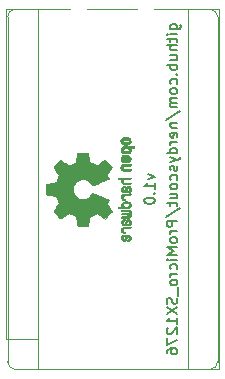
<source format=gbr>
%TF.GenerationSoftware,KiCad,Pcbnew,5.1.5-52549c5~84~ubuntu19.04.1*%
%TF.CreationDate,2020-02-22T14:04:14+00:00*%
%TF.ProjectId,ProMicro_SX1276,50726f4d-6963-4726-9f5f-535831323736,v1.0*%
%TF.SameCoordinates,Original*%
%TF.FileFunction,Legend,Bot*%
%TF.FilePolarity,Positive*%
%FSLAX45Y45*%
G04 Gerber Fmt 4.5, Leading zero omitted, Abs format (unit mm)*
G04 Created by KiCad (PCBNEW 5.1.5-52549c5~84~ubuntu19.04.1) date 2020-02-22 14:04:14*
%MOMM*%
%LPD*%
G04 APERTURE LIST*
%ADD10C,0.200000*%
%ADD11C,0.100000*%
%ADD12C,0.010000*%
%ADD13C,0.120000*%
%ADD14R,1.350000X4.200000*%
%ADD15O,1.600000X1.600000*%
%ADD16R,1.600000X1.600000*%
G04 APERTURE END LIST*
D10*
X20110214Y-10158429D02*
X20170214Y-10179857D01*
X20110214Y-10201286D01*
X20170214Y-10282714D02*
X20170214Y-10231286D01*
X20170214Y-10257000D02*
X20080214Y-10257000D01*
X20093071Y-10248429D01*
X20101643Y-10239857D01*
X20105929Y-10231286D01*
X20161643Y-10321286D02*
X20165929Y-10325571D01*
X20170214Y-10321286D01*
X20165929Y-10317000D01*
X20161643Y-10321286D01*
X20170214Y-10321286D01*
X20080214Y-10381286D02*
X20080214Y-10389857D01*
X20084500Y-10398429D01*
X20088786Y-10402714D01*
X20097357Y-10407000D01*
X20114500Y-10411286D01*
X20135929Y-10411286D01*
X20153071Y-10407000D01*
X20161643Y-10402714D01*
X20165929Y-10398429D01*
X20170214Y-10389857D01*
X20170214Y-10381286D01*
X20165929Y-10372714D01*
X20161643Y-10368429D01*
X20153071Y-10364143D01*
X20135929Y-10359857D01*
X20114500Y-10359857D01*
X20097357Y-10364143D01*
X20088786Y-10368429D01*
X20084500Y-10372714D01*
X20080214Y-10381286D01*
D11*
X18923000Y-8826500D02*
G75*
G02X18986500Y-8763000I63500J0D01*
G01*
X20637500Y-8763000D02*
G75*
G02X20701000Y-8826500I0J-63500D01*
G01*
X18986500Y-8763000D02*
X20637500Y-8763000D01*
X20701000Y-11747500D02*
G75*
G02X20637500Y-11811000I-63500J0D01*
G01*
X18986500Y-11811000D02*
G75*
G02X18923000Y-11747500I0J63500D01*
G01*
D10*
X20300714Y-8932714D02*
X20373571Y-8932714D01*
X20382143Y-8928429D01*
X20386429Y-8924143D01*
X20390714Y-8915571D01*
X20390714Y-8902714D01*
X20386429Y-8894143D01*
X20356429Y-8932714D02*
X20360714Y-8924143D01*
X20360714Y-8907000D01*
X20356429Y-8898429D01*
X20352143Y-8894143D01*
X20343571Y-8889857D01*
X20317857Y-8889857D01*
X20309286Y-8894143D01*
X20305000Y-8898429D01*
X20300714Y-8907000D01*
X20300714Y-8924143D01*
X20305000Y-8932714D01*
X20360714Y-8975571D02*
X20300714Y-8975571D01*
X20270714Y-8975571D02*
X20275000Y-8971286D01*
X20279286Y-8975571D01*
X20275000Y-8979857D01*
X20270714Y-8975571D01*
X20279286Y-8975571D01*
X20300714Y-9005571D02*
X20300714Y-9039857D01*
X20270714Y-9018429D02*
X20347857Y-9018429D01*
X20356429Y-9022714D01*
X20360714Y-9031286D01*
X20360714Y-9039857D01*
X20360714Y-9069857D02*
X20270714Y-9069857D01*
X20360714Y-9108429D02*
X20313571Y-9108429D01*
X20305000Y-9104143D01*
X20300714Y-9095571D01*
X20300714Y-9082714D01*
X20305000Y-9074143D01*
X20309286Y-9069857D01*
X20300714Y-9189857D02*
X20360714Y-9189857D01*
X20300714Y-9151286D02*
X20347857Y-9151286D01*
X20356429Y-9155571D01*
X20360714Y-9164143D01*
X20360714Y-9177000D01*
X20356429Y-9185571D01*
X20352143Y-9189857D01*
X20360714Y-9232714D02*
X20270714Y-9232714D01*
X20305000Y-9232714D02*
X20300714Y-9241286D01*
X20300714Y-9258429D01*
X20305000Y-9267000D01*
X20309286Y-9271286D01*
X20317857Y-9275571D01*
X20343571Y-9275571D01*
X20352143Y-9271286D01*
X20356429Y-9267000D01*
X20360714Y-9258429D01*
X20360714Y-9241286D01*
X20356429Y-9232714D01*
X20352143Y-9314143D02*
X20356429Y-9318429D01*
X20360714Y-9314143D01*
X20356429Y-9309857D01*
X20352143Y-9314143D01*
X20360714Y-9314143D01*
X20356429Y-9395571D02*
X20360714Y-9387000D01*
X20360714Y-9369857D01*
X20356429Y-9361286D01*
X20352143Y-9357000D01*
X20343571Y-9352714D01*
X20317857Y-9352714D01*
X20309286Y-9357000D01*
X20305000Y-9361286D01*
X20300714Y-9369857D01*
X20300714Y-9387000D01*
X20305000Y-9395571D01*
X20360714Y-9447000D02*
X20356429Y-9438429D01*
X20352143Y-9434143D01*
X20343571Y-9429857D01*
X20317857Y-9429857D01*
X20309286Y-9434143D01*
X20305000Y-9438429D01*
X20300714Y-9447000D01*
X20300714Y-9459857D01*
X20305000Y-9468429D01*
X20309286Y-9472714D01*
X20317857Y-9477000D01*
X20343571Y-9477000D01*
X20352143Y-9472714D01*
X20356429Y-9468429D01*
X20360714Y-9459857D01*
X20360714Y-9447000D01*
X20360714Y-9515571D02*
X20300714Y-9515571D01*
X20309286Y-9515571D02*
X20305000Y-9519857D01*
X20300714Y-9528429D01*
X20300714Y-9541286D01*
X20305000Y-9549857D01*
X20313571Y-9554143D01*
X20360714Y-9554143D01*
X20313571Y-9554143D02*
X20305000Y-9558429D01*
X20300714Y-9567000D01*
X20300714Y-9579857D01*
X20305000Y-9588429D01*
X20313571Y-9592714D01*
X20360714Y-9592714D01*
X20266429Y-9699857D02*
X20382143Y-9622714D01*
X20300714Y-9729857D02*
X20360714Y-9729857D01*
X20309286Y-9729857D02*
X20305000Y-9734143D01*
X20300714Y-9742714D01*
X20300714Y-9755571D01*
X20305000Y-9764143D01*
X20313571Y-9768429D01*
X20360714Y-9768429D01*
X20356429Y-9845571D02*
X20360714Y-9837000D01*
X20360714Y-9819857D01*
X20356429Y-9811286D01*
X20347857Y-9807000D01*
X20313571Y-9807000D01*
X20305000Y-9811286D01*
X20300714Y-9819857D01*
X20300714Y-9837000D01*
X20305000Y-9845571D01*
X20313571Y-9849857D01*
X20322143Y-9849857D01*
X20330714Y-9807000D01*
X20360714Y-9888429D02*
X20300714Y-9888429D01*
X20317857Y-9888429D02*
X20309286Y-9892714D01*
X20305000Y-9897000D01*
X20300714Y-9905571D01*
X20300714Y-9914143D01*
X20360714Y-9982714D02*
X20270714Y-9982714D01*
X20356429Y-9982714D02*
X20360714Y-9974143D01*
X20360714Y-9957000D01*
X20356429Y-9948429D01*
X20352143Y-9944143D01*
X20343571Y-9939857D01*
X20317857Y-9939857D01*
X20309286Y-9944143D01*
X20305000Y-9948429D01*
X20300714Y-9957000D01*
X20300714Y-9974143D01*
X20305000Y-9982714D01*
X20300714Y-10017000D02*
X20360714Y-10038429D01*
X20300714Y-10059857D02*
X20360714Y-10038429D01*
X20382143Y-10029857D01*
X20386429Y-10025571D01*
X20390714Y-10017000D01*
X20356429Y-10089857D02*
X20360714Y-10098429D01*
X20360714Y-10115571D01*
X20356429Y-10124143D01*
X20347857Y-10128429D01*
X20343571Y-10128429D01*
X20335000Y-10124143D01*
X20330714Y-10115571D01*
X20330714Y-10102714D01*
X20326429Y-10094143D01*
X20317857Y-10089857D01*
X20313571Y-10089857D01*
X20305000Y-10094143D01*
X20300714Y-10102714D01*
X20300714Y-10115571D01*
X20305000Y-10124143D01*
X20356429Y-10205571D02*
X20360714Y-10197000D01*
X20360714Y-10179857D01*
X20356429Y-10171286D01*
X20352143Y-10167000D01*
X20343571Y-10162714D01*
X20317857Y-10162714D01*
X20309286Y-10167000D01*
X20305000Y-10171286D01*
X20300714Y-10179857D01*
X20300714Y-10197000D01*
X20305000Y-10205571D01*
X20360714Y-10257000D02*
X20356429Y-10248429D01*
X20352143Y-10244143D01*
X20343571Y-10239857D01*
X20317857Y-10239857D01*
X20309286Y-10244143D01*
X20305000Y-10248429D01*
X20300714Y-10257000D01*
X20300714Y-10269857D01*
X20305000Y-10278429D01*
X20309286Y-10282714D01*
X20317857Y-10287000D01*
X20343571Y-10287000D01*
X20352143Y-10282714D01*
X20356429Y-10278429D01*
X20360714Y-10269857D01*
X20360714Y-10257000D01*
X20300714Y-10364143D02*
X20360714Y-10364143D01*
X20300714Y-10325571D02*
X20347857Y-10325571D01*
X20356429Y-10329857D01*
X20360714Y-10338429D01*
X20360714Y-10351286D01*
X20356429Y-10359857D01*
X20352143Y-10364143D01*
X20300714Y-10394143D02*
X20300714Y-10428429D01*
X20270714Y-10407000D02*
X20347857Y-10407000D01*
X20356429Y-10411286D01*
X20360714Y-10419857D01*
X20360714Y-10428429D01*
X20266429Y-10522714D02*
X20382143Y-10445571D01*
X20360714Y-10552714D02*
X20270714Y-10552714D01*
X20270714Y-10587000D01*
X20275000Y-10595571D01*
X20279286Y-10599857D01*
X20287857Y-10604143D01*
X20300714Y-10604143D01*
X20309286Y-10599857D01*
X20313571Y-10595571D01*
X20317857Y-10587000D01*
X20317857Y-10552714D01*
X20360714Y-10642714D02*
X20300714Y-10642714D01*
X20317857Y-10642714D02*
X20309286Y-10647000D01*
X20305000Y-10651286D01*
X20300714Y-10659857D01*
X20300714Y-10668429D01*
X20360714Y-10711286D02*
X20356429Y-10702714D01*
X20352143Y-10698429D01*
X20343571Y-10694143D01*
X20317857Y-10694143D01*
X20309286Y-10698429D01*
X20305000Y-10702714D01*
X20300714Y-10711286D01*
X20300714Y-10724143D01*
X20305000Y-10732714D01*
X20309286Y-10737000D01*
X20317857Y-10741286D01*
X20343571Y-10741286D01*
X20352143Y-10737000D01*
X20356429Y-10732714D01*
X20360714Y-10724143D01*
X20360714Y-10711286D01*
X20360714Y-10779857D02*
X20270714Y-10779857D01*
X20335000Y-10809857D01*
X20270714Y-10839857D01*
X20360714Y-10839857D01*
X20360714Y-10882714D02*
X20300714Y-10882714D01*
X20270714Y-10882714D02*
X20275000Y-10878429D01*
X20279286Y-10882714D01*
X20275000Y-10887000D01*
X20270714Y-10882714D01*
X20279286Y-10882714D01*
X20356429Y-10964143D02*
X20360714Y-10955571D01*
X20360714Y-10938429D01*
X20356429Y-10929857D01*
X20352143Y-10925571D01*
X20343571Y-10921286D01*
X20317857Y-10921286D01*
X20309286Y-10925571D01*
X20305000Y-10929857D01*
X20300714Y-10938429D01*
X20300714Y-10955571D01*
X20305000Y-10964143D01*
X20360714Y-11002714D02*
X20300714Y-11002714D01*
X20317857Y-11002714D02*
X20309286Y-11007000D01*
X20305000Y-11011286D01*
X20300714Y-11019857D01*
X20300714Y-11028429D01*
X20360714Y-11071286D02*
X20356429Y-11062714D01*
X20352143Y-11058429D01*
X20343571Y-11054143D01*
X20317857Y-11054143D01*
X20309286Y-11058429D01*
X20305000Y-11062714D01*
X20300714Y-11071286D01*
X20300714Y-11084143D01*
X20305000Y-11092714D01*
X20309286Y-11097000D01*
X20317857Y-11101286D01*
X20343571Y-11101286D01*
X20352143Y-11097000D01*
X20356429Y-11092714D01*
X20360714Y-11084143D01*
X20360714Y-11071286D01*
X20369286Y-11118429D02*
X20369286Y-11187000D01*
X20356429Y-11204143D02*
X20360714Y-11217000D01*
X20360714Y-11238428D01*
X20356429Y-11247000D01*
X20352143Y-11251286D01*
X20343571Y-11255571D01*
X20335000Y-11255571D01*
X20326429Y-11251286D01*
X20322143Y-11247000D01*
X20317857Y-11238428D01*
X20313571Y-11221286D01*
X20309286Y-11212714D01*
X20305000Y-11208428D01*
X20296429Y-11204143D01*
X20287857Y-11204143D01*
X20279286Y-11208428D01*
X20275000Y-11212714D01*
X20270714Y-11221286D01*
X20270714Y-11242714D01*
X20275000Y-11255571D01*
X20270714Y-11285571D02*
X20360714Y-11345571D01*
X20270714Y-11345571D02*
X20360714Y-11285571D01*
X20360714Y-11427000D02*
X20360714Y-11375571D01*
X20360714Y-11401286D02*
X20270714Y-11401286D01*
X20283571Y-11392714D01*
X20292143Y-11384143D01*
X20296429Y-11375571D01*
X20279286Y-11461286D02*
X20275000Y-11465571D01*
X20270714Y-11474143D01*
X20270714Y-11495571D01*
X20275000Y-11504143D01*
X20279286Y-11508428D01*
X20287857Y-11512714D01*
X20296429Y-11512714D01*
X20309286Y-11508428D01*
X20360714Y-11457000D01*
X20360714Y-11512714D01*
X20270714Y-11542714D02*
X20270714Y-11602714D01*
X20360714Y-11564143D01*
X20270714Y-11675571D02*
X20270714Y-11658428D01*
X20275000Y-11649857D01*
X20279286Y-11645571D01*
X20292143Y-11637000D01*
X20309286Y-11632714D01*
X20343571Y-11632714D01*
X20352143Y-11637000D01*
X20356429Y-11641286D01*
X20360714Y-11649857D01*
X20360714Y-11667000D01*
X20356429Y-11675571D01*
X20352143Y-11679857D01*
X20343571Y-11684143D01*
X20322143Y-11684143D01*
X20313571Y-11679857D01*
X20309286Y-11675571D01*
X20305000Y-11667000D01*
X20305000Y-11649857D01*
X20309286Y-11641286D01*
X20313571Y-11637000D01*
X20322143Y-11632714D01*
D11*
X18923000Y-11747500D02*
X18923000Y-8826500D01*
X20637500Y-11811000D02*
X18986500Y-11811000D01*
X20701000Y-8826500D02*
X20701000Y-11747500D01*
D12*
G36*
X19879951Y-9963889D02*
G01*
X19883673Y-9971354D01*
X19890526Y-9977943D01*
X19893065Y-9979758D01*
X19896387Y-9981735D01*
X19899995Y-9983017D01*
X19904810Y-9983751D01*
X19911754Y-9984081D01*
X19920921Y-9984154D01*
X19933483Y-9983826D01*
X19942915Y-9982688D01*
X19949952Y-9980504D01*
X19955329Y-9977042D01*
X19959779Y-9972067D01*
X19960042Y-9971701D01*
X19962738Y-9966799D01*
X19964071Y-9960895D01*
X19964400Y-9953386D01*
X19964400Y-9941180D01*
X19976250Y-9941174D01*
X19982849Y-9941061D01*
X19986720Y-9940369D01*
X19989042Y-9938560D01*
X19990993Y-9935096D01*
X19991392Y-9934265D01*
X19993260Y-9930372D01*
X19994440Y-9927358D01*
X19994542Y-9925117D01*
X19993176Y-9923543D01*
X19989952Y-9922530D01*
X19984480Y-9921972D01*
X19976371Y-9921764D01*
X19965234Y-9921798D01*
X19950680Y-9921970D01*
X19946327Y-9922024D01*
X19931321Y-9922217D01*
X19921504Y-9922390D01*
X19921504Y-9941169D01*
X19929836Y-9941275D01*
X19935288Y-9941744D01*
X19938884Y-9942805D01*
X19941648Y-9944687D01*
X19942997Y-9945965D01*
X19946942Y-9951189D01*
X19947263Y-9955814D01*
X19944005Y-9960587D01*
X19943885Y-9960708D01*
X19941367Y-9962649D01*
X19937945Y-9963831D01*
X19932675Y-9964427D01*
X19924613Y-9964612D01*
X19922827Y-9964615D01*
X19911718Y-9964167D01*
X19904016Y-9962707D01*
X19899315Y-9960065D01*
X19897205Y-9956068D01*
X19896992Y-9953758D01*
X19897990Y-9948276D01*
X19901275Y-9944516D01*
X19907286Y-9942252D01*
X19916460Y-9941261D01*
X19921504Y-9941169D01*
X19921504Y-9922390D01*
X19919706Y-9922422D01*
X19910968Y-9922687D01*
X19904591Y-9923061D01*
X19900058Y-9923591D01*
X19896856Y-9924326D01*
X19894467Y-9925314D01*
X19892376Y-9926605D01*
X19891590Y-9927158D01*
X19884160Y-9934497D01*
X19879947Y-9943776D01*
X19878772Y-9954510D01*
X19879951Y-9963889D01*
G37*
X19879951Y-9963889D02*
X19883673Y-9971354D01*
X19890526Y-9977943D01*
X19893065Y-9979758D01*
X19896387Y-9981735D01*
X19899995Y-9983017D01*
X19904810Y-9983751D01*
X19911754Y-9984081D01*
X19920921Y-9984154D01*
X19933483Y-9983826D01*
X19942915Y-9982688D01*
X19949952Y-9980504D01*
X19955329Y-9977042D01*
X19959779Y-9972067D01*
X19960042Y-9971701D01*
X19962738Y-9966799D01*
X19964071Y-9960895D01*
X19964400Y-9953386D01*
X19964400Y-9941180D01*
X19976250Y-9941174D01*
X19982849Y-9941061D01*
X19986720Y-9940369D01*
X19989042Y-9938560D01*
X19990993Y-9935096D01*
X19991392Y-9934265D01*
X19993260Y-9930372D01*
X19994440Y-9927358D01*
X19994542Y-9925117D01*
X19993176Y-9923543D01*
X19989952Y-9922530D01*
X19984480Y-9921972D01*
X19976371Y-9921764D01*
X19965234Y-9921798D01*
X19950680Y-9921970D01*
X19946327Y-9922024D01*
X19931321Y-9922217D01*
X19921504Y-9922390D01*
X19921504Y-9941169D01*
X19929836Y-9941275D01*
X19935288Y-9941744D01*
X19938884Y-9942805D01*
X19941648Y-9944687D01*
X19942997Y-9945965D01*
X19946942Y-9951189D01*
X19947263Y-9955814D01*
X19944005Y-9960587D01*
X19943885Y-9960708D01*
X19941367Y-9962649D01*
X19937945Y-9963831D01*
X19932675Y-9964427D01*
X19924613Y-9964612D01*
X19922827Y-9964615D01*
X19911718Y-9964167D01*
X19904016Y-9962707D01*
X19899315Y-9960065D01*
X19897205Y-9956068D01*
X19896992Y-9953758D01*
X19897990Y-9948276D01*
X19901275Y-9944516D01*
X19907286Y-9942252D01*
X19916460Y-9941261D01*
X19921504Y-9941169D01*
X19921504Y-9922390D01*
X19919706Y-9922422D01*
X19910968Y-9922687D01*
X19904591Y-9923061D01*
X19900058Y-9923591D01*
X19896856Y-9924326D01*
X19894467Y-9925314D01*
X19892376Y-9926605D01*
X19891590Y-9927158D01*
X19884160Y-9934497D01*
X19879947Y-9943776D01*
X19878772Y-9954510D01*
X19879951Y-9963889D01*
G36*
X19881009Y-10114166D02*
G01*
X19884636Y-10120437D01*
X19888236Y-10124796D01*
X19892008Y-10127985D01*
X19896620Y-10130181D01*
X19902742Y-10131565D01*
X19911043Y-10132315D01*
X19922192Y-10132612D01*
X19930206Y-10132646D01*
X19959707Y-10132646D01*
X19967152Y-10116039D01*
X19934840Y-10115062D01*
X19922773Y-10114658D01*
X19914014Y-10114234D01*
X19907965Y-10113710D01*
X19904027Y-10113003D01*
X19901601Y-10112031D01*
X19900088Y-10110714D01*
X19899761Y-10110292D01*
X19897203Y-10103891D01*
X19898215Y-10097421D01*
X19900900Y-10093569D01*
X19902802Y-10092003D01*
X19905299Y-10090918D01*
X19909083Y-10090229D01*
X19914850Y-10089848D01*
X19923294Y-10089688D01*
X19932093Y-10089662D01*
X19943132Y-10089656D01*
X19950946Y-10089467D01*
X19956217Y-10088835D01*
X19959624Y-10087498D01*
X19961851Y-10085199D01*
X19963579Y-10081675D01*
X19965374Y-10076970D01*
X19967328Y-10071830D01*
X19932649Y-10072442D01*
X19920147Y-10072688D01*
X19910908Y-10072977D01*
X19904288Y-10073390D01*
X19899642Y-10074011D01*
X19896326Y-10074923D01*
X19893694Y-10076208D01*
X19891373Y-10077758D01*
X19883957Y-10085237D01*
X19879668Y-10094363D01*
X19878641Y-10104288D01*
X19881009Y-10114166D01*
G37*
X19881009Y-10114166D02*
X19884636Y-10120437D01*
X19888236Y-10124796D01*
X19892008Y-10127985D01*
X19896620Y-10130181D01*
X19902742Y-10131565D01*
X19911043Y-10132315D01*
X19922192Y-10132612D01*
X19930206Y-10132646D01*
X19959707Y-10132646D01*
X19967152Y-10116039D01*
X19934840Y-10115062D01*
X19922773Y-10114658D01*
X19914014Y-10114234D01*
X19907965Y-10113710D01*
X19904027Y-10113003D01*
X19901601Y-10112031D01*
X19900088Y-10110714D01*
X19899761Y-10110292D01*
X19897203Y-10103891D01*
X19898215Y-10097421D01*
X19900900Y-10093569D01*
X19902802Y-10092003D01*
X19905299Y-10090918D01*
X19909083Y-10090229D01*
X19914850Y-10089848D01*
X19923294Y-10089688D01*
X19932093Y-10089662D01*
X19943132Y-10089656D01*
X19950946Y-10089467D01*
X19956217Y-10088835D01*
X19959624Y-10087498D01*
X19961851Y-10085199D01*
X19963579Y-10081675D01*
X19965374Y-10076970D01*
X19967328Y-10071830D01*
X19932649Y-10072442D01*
X19920147Y-10072688D01*
X19910908Y-10072977D01*
X19904288Y-10073390D01*
X19899642Y-10074011D01*
X19896326Y-10074923D01*
X19893694Y-10076208D01*
X19891373Y-10077758D01*
X19883957Y-10085237D01*
X19879668Y-10094363D01*
X19878641Y-10104288D01*
X19881009Y-10114166D01*
G36*
X19880226Y-9888689D02*
G01*
X19885041Y-9897846D01*
X19892791Y-9904605D01*
X19897773Y-9907006D01*
X19905253Y-9908874D01*
X19914705Y-9909830D01*
X19925021Y-9909921D01*
X19935094Y-9909192D01*
X19943815Y-9907690D01*
X19950079Y-9905462D01*
X19951158Y-9904777D01*
X19959211Y-9896663D01*
X19964034Y-9887027D01*
X19965445Y-9876570D01*
X19963263Y-9865997D01*
X19961955Y-9863054D01*
X19957923Y-9857324D01*
X19952578Y-9852295D01*
X19951900Y-9851820D01*
X19948632Y-9849888D01*
X19945139Y-9848611D01*
X19940541Y-9847856D01*
X19933958Y-9847492D01*
X19924511Y-9847387D01*
X19922392Y-9847385D01*
X19921718Y-9847389D01*
X19921718Y-9866923D01*
X19930635Y-9867037D01*
X19936552Y-9867484D01*
X19940374Y-9868425D01*
X19943005Y-9870018D01*
X19943885Y-9870831D01*
X19947226Y-9875506D01*
X19947074Y-9880045D01*
X19944175Y-9884634D01*
X19941081Y-9887371D01*
X19936564Y-9888992D01*
X19929442Y-9889903D01*
X19928611Y-9889965D01*
X19915704Y-9890120D01*
X19906117Y-9888497D01*
X19899911Y-9885115D01*
X19897143Y-9879998D01*
X19896992Y-9878172D01*
X19897751Y-9873376D01*
X19900381Y-9870095D01*
X19905410Y-9868090D01*
X19913366Y-9867118D01*
X19921718Y-9866923D01*
X19921718Y-9847389D01*
X19912325Y-9847457D01*
X19905291Y-9847763D01*
X19900416Y-9848432D01*
X19896829Y-9849596D01*
X19893655Y-9851385D01*
X19893065Y-9851781D01*
X19885110Y-9858427D01*
X19880493Y-9865669D01*
X19878660Y-9874485D01*
X19878570Y-9877479D01*
X19880226Y-9888689D01*
G37*
X19880226Y-9888689D02*
X19885041Y-9897846D01*
X19892791Y-9904605D01*
X19897773Y-9907006D01*
X19905253Y-9908874D01*
X19914705Y-9909830D01*
X19925021Y-9909921D01*
X19935094Y-9909192D01*
X19943815Y-9907690D01*
X19950079Y-9905462D01*
X19951158Y-9904777D01*
X19959211Y-9896663D01*
X19964034Y-9887027D01*
X19965445Y-9876570D01*
X19963263Y-9865997D01*
X19961955Y-9863054D01*
X19957923Y-9857324D01*
X19952578Y-9852295D01*
X19951900Y-9851820D01*
X19948632Y-9849888D01*
X19945139Y-9848611D01*
X19940541Y-9847856D01*
X19933958Y-9847492D01*
X19924511Y-9847387D01*
X19922392Y-9847385D01*
X19921718Y-9847389D01*
X19921718Y-9866923D01*
X19930635Y-9867037D01*
X19936552Y-9867484D01*
X19940374Y-9868425D01*
X19943005Y-9870018D01*
X19943885Y-9870831D01*
X19947226Y-9875506D01*
X19947074Y-9880045D01*
X19944175Y-9884634D01*
X19941081Y-9887371D01*
X19936564Y-9888992D01*
X19929442Y-9889903D01*
X19928611Y-9889965D01*
X19915704Y-9890120D01*
X19906117Y-9888497D01*
X19899911Y-9885115D01*
X19897143Y-9879998D01*
X19896992Y-9878172D01*
X19897751Y-9873376D01*
X19900381Y-9870095D01*
X19905410Y-9868090D01*
X19913366Y-9867118D01*
X19921718Y-9866923D01*
X19921718Y-9847389D01*
X19912325Y-9847457D01*
X19905291Y-9847763D01*
X19900416Y-9848432D01*
X19896829Y-9849596D01*
X19893655Y-9851385D01*
X19893065Y-9851781D01*
X19885110Y-9858427D01*
X19880493Y-9865669D01*
X19878660Y-9874485D01*
X19878570Y-9877479D01*
X19880226Y-9888689D01*
G36*
X19881475Y-10040425D02*
G01*
X19886657Y-10048129D01*
X19894141Y-10054082D01*
X19903665Y-10057638D01*
X19910676Y-10058357D01*
X19913601Y-10058275D01*
X19915841Y-10057591D01*
X19917847Y-10055711D01*
X19920073Y-10052041D01*
X19922971Y-10045986D01*
X19926993Y-10036953D01*
X19927013Y-10036908D01*
X19930821Y-10028593D01*
X19934203Y-10021775D01*
X19936793Y-10017151D01*
X19938230Y-10015416D01*
X19938241Y-10015415D01*
X19941369Y-10016944D01*
X19944816Y-10020520D01*
X19947299Y-10024624D01*
X19947792Y-10026704D01*
X19946086Y-10032377D01*
X19941813Y-10037263D01*
X19937116Y-10039647D01*
X19933652Y-10041940D01*
X19929708Y-10046432D01*
X19926301Y-10051712D01*
X19924448Y-10056371D01*
X19924346Y-10057345D01*
X19926022Y-10058442D01*
X19930304Y-10058508D01*
X19936078Y-10057702D01*
X19942229Y-10056183D01*
X19947641Y-10054109D01*
X19947851Y-10054004D01*
X19956566Y-10047762D01*
X19962494Y-10039673D01*
X19965403Y-10030486D01*
X19965063Y-10020951D01*
X19961243Y-10011820D01*
X19960974Y-10011414D01*
X19954464Y-10004231D01*
X19945971Y-9999507D01*
X19934802Y-9996893D01*
X19931664Y-9996543D01*
X19916854Y-9995921D01*
X19909947Y-9996666D01*
X19909947Y-10015415D01*
X19914255Y-10015659D01*
X19915513Y-10016991D01*
X19914572Y-10020313D01*
X19912348Y-10025549D01*
X19909561Y-10031402D01*
X19909487Y-10031548D01*
X19906878Y-10036509D01*
X19905136Y-10038500D01*
X19903311Y-10038009D01*
X19900912Y-10035942D01*
X19897441Y-10030682D01*
X19897186Y-10025018D01*
X19899712Y-10019937D01*
X19904585Y-10016428D01*
X19909947Y-10015415D01*
X19909947Y-9996666D01*
X19905004Y-9997199D01*
X19895606Y-10000478D01*
X19889022Y-10005042D01*
X19882368Y-10013280D01*
X19879068Y-10022355D01*
X19878857Y-10031619D01*
X19881475Y-10040425D01*
G37*
X19881475Y-10040425D02*
X19886657Y-10048129D01*
X19894141Y-10054082D01*
X19903665Y-10057638D01*
X19910676Y-10058357D01*
X19913601Y-10058275D01*
X19915841Y-10057591D01*
X19917847Y-10055711D01*
X19920073Y-10052041D01*
X19922971Y-10045986D01*
X19926993Y-10036953D01*
X19927013Y-10036908D01*
X19930821Y-10028593D01*
X19934203Y-10021775D01*
X19936793Y-10017151D01*
X19938230Y-10015416D01*
X19938241Y-10015415D01*
X19941369Y-10016944D01*
X19944816Y-10020520D01*
X19947299Y-10024624D01*
X19947792Y-10026704D01*
X19946086Y-10032377D01*
X19941813Y-10037263D01*
X19937116Y-10039647D01*
X19933652Y-10041940D01*
X19929708Y-10046432D01*
X19926301Y-10051712D01*
X19924448Y-10056371D01*
X19924346Y-10057345D01*
X19926022Y-10058442D01*
X19930304Y-10058508D01*
X19936078Y-10057702D01*
X19942229Y-10056183D01*
X19947641Y-10054109D01*
X19947851Y-10054004D01*
X19956566Y-10047762D01*
X19962494Y-10039673D01*
X19965403Y-10030486D01*
X19965063Y-10020951D01*
X19961243Y-10011820D01*
X19960974Y-10011414D01*
X19954464Y-10004231D01*
X19945971Y-9999507D01*
X19934802Y-9996893D01*
X19931664Y-9996543D01*
X19916854Y-9995921D01*
X19909947Y-9996666D01*
X19909947Y-10015415D01*
X19914255Y-10015659D01*
X19915513Y-10016991D01*
X19914572Y-10020313D01*
X19912348Y-10025549D01*
X19909561Y-10031402D01*
X19909487Y-10031548D01*
X19906878Y-10036509D01*
X19905136Y-10038500D01*
X19903311Y-10038009D01*
X19900912Y-10035942D01*
X19897441Y-10030682D01*
X19897186Y-10025018D01*
X19899712Y-10019937D01*
X19904585Y-10016428D01*
X19909947Y-10015415D01*
X19909947Y-9996666D01*
X19905004Y-9997199D01*
X19895606Y-10000478D01*
X19889022Y-10005042D01*
X19882368Y-10013280D01*
X19879068Y-10022355D01*
X19878857Y-10031619D01*
X19881475Y-10040425D01*
G36*
X19870712Y-10202985D02*
G01*
X19878698Y-10203557D01*
X19883404Y-10204215D01*
X19885457Y-10205126D01*
X19885483Y-10206460D01*
X19885238Y-10206892D01*
X19883464Y-10212644D01*
X19883567Y-10220127D01*
X19885391Y-10227734D01*
X19887751Y-10232492D01*
X19891520Y-10237370D01*
X19895786Y-10240936D01*
X19901206Y-10243385D01*
X19908438Y-10244909D01*
X19918142Y-10245703D01*
X19930974Y-10245962D01*
X19933436Y-10245966D01*
X19961087Y-10245969D01*
X19963232Y-10239816D01*
X19964691Y-10235446D01*
X19965371Y-10233048D01*
X19965377Y-10232978D01*
X19963535Y-10232742D01*
X19958453Y-10232541D01*
X19950799Y-10232390D01*
X19941243Y-10232305D01*
X19935433Y-10232292D01*
X19923977Y-10232265D01*
X19915767Y-10232125D01*
X19910139Y-10231785D01*
X19906433Y-10231157D01*
X19903984Y-10230153D01*
X19902133Y-10228686D01*
X19901241Y-10227770D01*
X19897647Y-10221479D01*
X19897378Y-10214614D01*
X19900417Y-10208385D01*
X19901514Y-10207233D01*
X19903578Y-10205543D01*
X19906026Y-10204371D01*
X19909565Y-10203623D01*
X19914903Y-10203205D01*
X19922747Y-10203024D01*
X19933562Y-10202985D01*
X19961087Y-10202985D01*
X19963232Y-10196832D01*
X19964691Y-10192461D01*
X19965371Y-10190064D01*
X19965377Y-10189993D01*
X19963507Y-10189813D01*
X19958232Y-10189650D01*
X19950056Y-10189512D01*
X19939481Y-10189404D01*
X19927009Y-10189334D01*
X19913146Y-10189308D01*
X19859681Y-10189308D01*
X19854324Y-10202008D01*
X19870712Y-10202985D01*
G37*
X19870712Y-10202985D02*
X19878698Y-10203557D01*
X19883404Y-10204215D01*
X19885457Y-10205126D01*
X19885483Y-10206460D01*
X19885238Y-10206892D01*
X19883464Y-10212644D01*
X19883567Y-10220127D01*
X19885391Y-10227734D01*
X19887751Y-10232492D01*
X19891520Y-10237370D01*
X19895786Y-10240936D01*
X19901206Y-10243385D01*
X19908438Y-10244909D01*
X19918142Y-10245703D01*
X19930974Y-10245962D01*
X19933436Y-10245966D01*
X19961087Y-10245969D01*
X19963232Y-10239816D01*
X19964691Y-10235446D01*
X19965371Y-10233048D01*
X19965377Y-10232978D01*
X19963535Y-10232742D01*
X19958453Y-10232541D01*
X19950799Y-10232390D01*
X19941243Y-10232305D01*
X19935433Y-10232292D01*
X19923977Y-10232265D01*
X19915767Y-10232125D01*
X19910139Y-10231785D01*
X19906433Y-10231157D01*
X19903984Y-10230153D01*
X19902133Y-10228686D01*
X19901241Y-10227770D01*
X19897647Y-10221479D01*
X19897378Y-10214614D01*
X19900417Y-10208385D01*
X19901514Y-10207233D01*
X19903578Y-10205543D01*
X19906026Y-10204371D01*
X19909565Y-10203623D01*
X19914903Y-10203205D01*
X19922747Y-10203024D01*
X19933562Y-10202985D01*
X19961087Y-10202985D01*
X19963232Y-10196832D01*
X19964691Y-10192461D01*
X19965371Y-10190064D01*
X19965377Y-10189993D01*
X19963507Y-10189813D01*
X19958232Y-10189650D01*
X19950056Y-10189512D01*
X19939481Y-10189404D01*
X19927009Y-10189334D01*
X19913146Y-10189308D01*
X19859681Y-10189308D01*
X19854324Y-10202008D01*
X19870712Y-10202985D01*
G36*
X19884130Y-10292350D02*
G01*
X19886973Y-10300006D01*
X19887028Y-10300094D01*
X19890513Y-10304829D01*
X19894585Y-10308324D01*
X19899893Y-10310783D01*
X19907081Y-10312406D01*
X19916799Y-10313398D01*
X19929693Y-10313959D01*
X19931530Y-10314008D01*
X19959229Y-10314714D01*
X19962303Y-10308770D01*
X19964380Y-10304468D01*
X19965365Y-10301871D01*
X19965377Y-10301751D01*
X19963561Y-10301301D01*
X19958661Y-10300944D01*
X19951503Y-10300725D01*
X19945707Y-10300677D01*
X19936317Y-10300676D01*
X19930420Y-10300247D01*
X19927608Y-10298750D01*
X19927471Y-10295548D01*
X19929600Y-10290001D01*
X19933514Y-10281627D01*
X19936764Y-10275469D01*
X19939585Y-10272302D01*
X19942658Y-10271371D01*
X19942810Y-10271369D01*
X19948105Y-10272906D01*
X19950966Y-10277455D01*
X19951380Y-10284417D01*
X19951308Y-10289431D01*
X19952753Y-10292075D01*
X19956222Y-10293724D01*
X19960642Y-10294673D01*
X19963149Y-10293306D01*
X19963508Y-10292791D01*
X19964950Y-10287943D01*
X19965154Y-10281153D01*
X19964198Y-10274161D01*
X19962452Y-10269207D01*
X19956636Y-10262357D01*
X19948541Y-10258463D01*
X19942216Y-10257692D01*
X19936511Y-10258281D01*
X19931854Y-10260410D01*
X19927718Y-10264627D01*
X19923576Y-10271476D01*
X19918899Y-10281504D01*
X19918635Y-10282115D01*
X19914462Y-10291149D01*
X19911039Y-10296724D01*
X19907964Y-10299113D01*
X19904831Y-10298591D01*
X19901238Y-10295433D01*
X19900412Y-10294488D01*
X19897206Y-10288162D01*
X19897341Y-10281606D01*
X19900484Y-10275897D01*
X19906302Y-10272109D01*
X19907445Y-10271757D01*
X19912984Y-10268330D01*
X19915652Y-10263981D01*
X19918296Y-10257692D01*
X19911455Y-10257692D01*
X19901511Y-10259605D01*
X19892390Y-10265283D01*
X19889339Y-10268238D01*
X19885423Y-10274954D01*
X19883650Y-10283496D01*
X19884130Y-10292350D01*
G37*
X19884130Y-10292350D02*
X19886973Y-10300006D01*
X19887028Y-10300094D01*
X19890513Y-10304829D01*
X19894585Y-10308324D01*
X19899893Y-10310783D01*
X19907081Y-10312406D01*
X19916799Y-10313398D01*
X19929693Y-10313959D01*
X19931530Y-10314008D01*
X19959229Y-10314714D01*
X19962303Y-10308770D01*
X19964380Y-10304468D01*
X19965365Y-10301871D01*
X19965377Y-10301751D01*
X19963561Y-10301301D01*
X19958661Y-10300944D01*
X19951503Y-10300725D01*
X19945707Y-10300677D01*
X19936317Y-10300676D01*
X19930420Y-10300247D01*
X19927608Y-10298750D01*
X19927471Y-10295548D01*
X19929600Y-10290001D01*
X19933514Y-10281627D01*
X19936764Y-10275469D01*
X19939585Y-10272302D01*
X19942658Y-10271371D01*
X19942810Y-10271369D01*
X19948105Y-10272906D01*
X19950966Y-10277455D01*
X19951380Y-10284417D01*
X19951308Y-10289431D01*
X19952753Y-10292075D01*
X19956222Y-10293724D01*
X19960642Y-10294673D01*
X19963149Y-10293306D01*
X19963508Y-10292791D01*
X19964950Y-10287943D01*
X19965154Y-10281153D01*
X19964198Y-10274161D01*
X19962452Y-10269207D01*
X19956636Y-10262357D01*
X19948541Y-10258463D01*
X19942216Y-10257692D01*
X19936511Y-10258281D01*
X19931854Y-10260410D01*
X19927718Y-10264627D01*
X19923576Y-10271476D01*
X19918899Y-10281504D01*
X19918635Y-10282115D01*
X19914462Y-10291149D01*
X19911039Y-10296724D01*
X19907964Y-10299113D01*
X19904831Y-10298591D01*
X19901238Y-10295433D01*
X19900412Y-10294488D01*
X19897206Y-10288162D01*
X19897341Y-10281606D01*
X19900484Y-10275897D01*
X19906302Y-10272109D01*
X19907445Y-10271757D01*
X19912984Y-10268330D01*
X19915652Y-10263981D01*
X19918296Y-10257692D01*
X19911455Y-10257692D01*
X19901511Y-10259605D01*
X19892390Y-10265283D01*
X19889339Y-10268238D01*
X19885423Y-10274954D01*
X19883650Y-10283496D01*
X19884130Y-10292350D01*
G36*
X19883967Y-10358336D02*
G01*
X19887242Y-10367212D01*
X19893035Y-10374402D01*
X19897113Y-10377214D01*
X19904595Y-10380280D01*
X19910006Y-10380217D01*
X19913645Y-10376999D01*
X19914263Y-10375808D01*
X19916193Y-10370668D01*
X19915698Y-10368042D01*
X19912459Y-10367153D01*
X19910669Y-10367108D01*
X19904086Y-10365480D01*
X19899481Y-10361237D01*
X19897256Y-10355339D01*
X19897816Y-10348748D01*
X19900723Y-10343390D01*
X19902381Y-10341580D01*
X19904393Y-10340297D01*
X19907433Y-10339431D01*
X19912179Y-10338870D01*
X19919305Y-10338504D01*
X19929488Y-10338222D01*
X19932712Y-10338148D01*
X19943741Y-10337882D01*
X19951504Y-10337579D01*
X19956640Y-10337125D01*
X19959789Y-10336405D01*
X19961592Y-10335303D01*
X19962689Y-10333706D01*
X19963173Y-10332683D01*
X19964830Y-10328341D01*
X19965377Y-10325784D01*
X19963551Y-10324940D01*
X19958030Y-10324424D01*
X19948750Y-10324235D01*
X19935648Y-10324369D01*
X19933627Y-10324411D01*
X19921673Y-10324706D01*
X19912945Y-10325055D01*
X19906759Y-10325551D01*
X19902434Y-10326289D01*
X19899286Y-10327362D01*
X19896634Y-10328865D01*
X19895498Y-10329650D01*
X19890469Y-10334155D01*
X19886558Y-10339194D01*
X19886217Y-10339811D01*
X19883521Y-10348846D01*
X19883967Y-10358336D01*
G37*
X19883967Y-10358336D02*
X19887242Y-10367212D01*
X19893035Y-10374402D01*
X19897113Y-10377214D01*
X19904595Y-10380280D01*
X19910006Y-10380217D01*
X19913645Y-10376999D01*
X19914263Y-10375808D01*
X19916193Y-10370668D01*
X19915698Y-10368042D01*
X19912459Y-10367153D01*
X19910669Y-10367108D01*
X19904086Y-10365480D01*
X19899481Y-10361237D01*
X19897256Y-10355339D01*
X19897816Y-10348748D01*
X19900723Y-10343390D01*
X19902381Y-10341580D01*
X19904393Y-10340297D01*
X19907433Y-10339431D01*
X19912179Y-10338870D01*
X19919305Y-10338504D01*
X19929488Y-10338222D01*
X19932712Y-10338148D01*
X19943741Y-10337882D01*
X19951504Y-10337579D01*
X19956640Y-10337125D01*
X19959789Y-10336405D01*
X19961592Y-10335303D01*
X19962689Y-10333706D01*
X19963173Y-10332683D01*
X19964830Y-10328341D01*
X19965377Y-10325784D01*
X19963551Y-10324940D01*
X19958030Y-10324424D01*
X19948750Y-10324235D01*
X19935648Y-10324369D01*
X19933627Y-10324411D01*
X19921673Y-10324706D01*
X19912945Y-10325055D01*
X19906759Y-10325551D01*
X19902434Y-10326289D01*
X19899286Y-10327362D01*
X19896634Y-10328865D01*
X19895498Y-10329650D01*
X19890469Y-10334155D01*
X19886558Y-10339194D01*
X19886217Y-10339811D01*
X19883521Y-10348846D01*
X19883967Y-10358336D01*
G36*
X19899529Y-10447208D02*
G01*
X19914132Y-10447183D01*
X19925366Y-10447087D01*
X19933768Y-10446879D01*
X19939877Y-10446519D01*
X19944231Y-10445967D01*
X19947368Y-10445180D01*
X19949826Y-10444121D01*
X19951229Y-10443318D01*
X19958839Y-10436673D01*
X19963608Y-10428247D01*
X19965320Y-10418925D01*
X19963755Y-10409590D01*
X19960942Y-10404031D01*
X19956076Y-10398196D01*
X19950133Y-10394219D01*
X19942351Y-10391819D01*
X19931965Y-10390716D01*
X19924346Y-10390560D01*
X19923799Y-10390581D01*
X19923799Y-10404231D01*
X19932536Y-10404314D01*
X19938319Y-10404696D01*
X19942103Y-10405575D01*
X19944840Y-10407147D01*
X19946904Y-10409027D01*
X19950889Y-10415338D01*
X19951230Y-10422114D01*
X19947903Y-10428518D01*
X19947452Y-10429016D01*
X19945107Y-10431144D01*
X19942317Y-10432478D01*
X19938164Y-10433200D01*
X19931732Y-10433492D01*
X19924620Y-10433539D01*
X19915686Y-10433438D01*
X19909726Y-10433024D01*
X19905809Y-10432124D01*
X19903004Y-10430567D01*
X19901514Y-10429290D01*
X19897758Y-10423360D01*
X19897306Y-10416530D01*
X19900175Y-10410011D01*
X19901241Y-10408753D01*
X19903606Y-10406611D01*
X19906425Y-10405274D01*
X19910625Y-10404557D01*
X19917132Y-10404272D01*
X19923799Y-10404231D01*
X19923799Y-10390581D01*
X19912077Y-10391032D01*
X19902858Y-10392636D01*
X19895927Y-10395653D01*
X19890521Y-10400363D01*
X19887751Y-10404031D01*
X19884757Y-10410699D01*
X19883368Y-10418427D01*
X19883740Y-10425611D01*
X19885240Y-10429631D01*
X19885667Y-10431208D01*
X19884075Y-10432255D01*
X19879809Y-10432986D01*
X19873311Y-10433539D01*
X19866073Y-10434144D01*
X19861719Y-10434984D01*
X19859229Y-10436514D01*
X19857585Y-10439186D01*
X19856856Y-10440865D01*
X19854196Y-10447215D01*
X19899529Y-10447208D01*
G37*
X19899529Y-10447208D02*
X19914132Y-10447183D01*
X19925366Y-10447087D01*
X19933768Y-10446879D01*
X19939877Y-10446519D01*
X19944231Y-10445967D01*
X19947368Y-10445180D01*
X19949826Y-10444121D01*
X19951229Y-10443318D01*
X19958839Y-10436673D01*
X19963608Y-10428247D01*
X19965320Y-10418925D01*
X19963755Y-10409590D01*
X19960942Y-10404031D01*
X19956076Y-10398196D01*
X19950133Y-10394219D01*
X19942351Y-10391819D01*
X19931965Y-10390716D01*
X19924346Y-10390560D01*
X19923799Y-10390581D01*
X19923799Y-10404231D01*
X19932536Y-10404314D01*
X19938319Y-10404696D01*
X19942103Y-10405575D01*
X19944840Y-10407147D01*
X19946904Y-10409027D01*
X19950889Y-10415338D01*
X19951230Y-10422114D01*
X19947903Y-10428518D01*
X19947452Y-10429016D01*
X19945107Y-10431144D01*
X19942317Y-10432478D01*
X19938164Y-10433200D01*
X19931732Y-10433492D01*
X19924620Y-10433539D01*
X19915686Y-10433438D01*
X19909726Y-10433024D01*
X19905809Y-10432124D01*
X19903004Y-10430567D01*
X19901514Y-10429290D01*
X19897758Y-10423360D01*
X19897306Y-10416530D01*
X19900175Y-10410011D01*
X19901241Y-10408753D01*
X19903606Y-10406611D01*
X19906425Y-10405274D01*
X19910625Y-10404557D01*
X19917132Y-10404272D01*
X19923799Y-10404231D01*
X19923799Y-10390581D01*
X19912077Y-10391032D01*
X19902858Y-10392636D01*
X19895927Y-10395653D01*
X19890521Y-10400363D01*
X19887751Y-10404031D01*
X19884757Y-10410699D01*
X19883368Y-10418427D01*
X19883740Y-10425611D01*
X19885240Y-10429631D01*
X19885667Y-10431208D01*
X19884075Y-10432255D01*
X19879809Y-10432986D01*
X19873311Y-10433539D01*
X19866073Y-10434144D01*
X19861719Y-10434984D01*
X19859229Y-10436514D01*
X19857585Y-10439186D01*
X19856856Y-10440865D01*
X19854196Y-10447215D01*
X19899529Y-10447208D01*
G36*
X19885166Y-10526593D02*
G01*
X19890307Y-10526891D01*
X19898119Y-10527125D01*
X19907986Y-10527275D01*
X19918334Y-10527323D01*
X19953353Y-10527323D01*
X19959536Y-10521140D01*
X19963346Y-10516879D01*
X19964890Y-10513139D01*
X19964792Y-10508027D01*
X19964543Y-10505998D01*
X19963820Y-10499655D01*
X19963406Y-10494410D01*
X19963367Y-10493131D01*
X19963618Y-10488820D01*
X19964246Y-10482654D01*
X19964543Y-10480264D01*
X19965003Y-10474392D01*
X19964005Y-10470446D01*
X19960923Y-10466534D01*
X19959536Y-10465122D01*
X19953353Y-10458939D01*
X19887850Y-10458939D01*
X19885583Y-10463915D01*
X19883903Y-10468200D01*
X19883315Y-10470707D01*
X19885174Y-10471350D01*
X19890366Y-10471951D01*
X19898317Y-10472470D01*
X19908455Y-10472866D01*
X19917019Y-10473058D01*
X19950723Y-10473592D01*
X19951383Y-10478256D01*
X19950921Y-10482498D01*
X19949429Y-10484576D01*
X19946638Y-10485157D01*
X19940693Y-10485653D01*
X19932347Y-10486025D01*
X19922353Y-10486232D01*
X19917210Y-10486262D01*
X19887605Y-10486292D01*
X19885460Y-10492445D01*
X19884002Y-10496800D01*
X19883322Y-10499169D01*
X19883315Y-10499238D01*
X19885164Y-10499475D01*
X19890291Y-10499737D01*
X19898065Y-10500000D01*
X19907857Y-10500242D01*
X19917019Y-10500412D01*
X19950723Y-10500946D01*
X19950723Y-10512669D01*
X19919975Y-10513207D01*
X19889226Y-10513745D01*
X19886271Y-10519460D01*
X19884241Y-10523680D01*
X19883320Y-10526177D01*
X19883315Y-10526249D01*
X19885166Y-10526593D01*
G37*
X19885166Y-10526593D02*
X19890307Y-10526891D01*
X19898119Y-10527125D01*
X19907986Y-10527275D01*
X19918334Y-10527323D01*
X19953353Y-10527323D01*
X19959536Y-10521140D01*
X19963346Y-10516879D01*
X19964890Y-10513139D01*
X19964792Y-10508027D01*
X19964543Y-10505998D01*
X19963820Y-10499655D01*
X19963406Y-10494410D01*
X19963367Y-10493131D01*
X19963618Y-10488820D01*
X19964246Y-10482654D01*
X19964543Y-10480264D01*
X19965003Y-10474392D01*
X19964005Y-10470446D01*
X19960923Y-10466534D01*
X19959536Y-10465122D01*
X19953353Y-10458939D01*
X19887850Y-10458939D01*
X19885583Y-10463915D01*
X19883903Y-10468200D01*
X19883315Y-10470707D01*
X19885174Y-10471350D01*
X19890366Y-10471951D01*
X19898317Y-10472470D01*
X19908455Y-10472866D01*
X19917019Y-10473058D01*
X19950723Y-10473592D01*
X19951383Y-10478256D01*
X19950921Y-10482498D01*
X19949429Y-10484576D01*
X19946638Y-10485157D01*
X19940693Y-10485653D01*
X19932347Y-10486025D01*
X19922353Y-10486232D01*
X19917210Y-10486262D01*
X19887605Y-10486292D01*
X19885460Y-10492445D01*
X19884002Y-10496800D01*
X19883322Y-10499169D01*
X19883315Y-10499238D01*
X19885164Y-10499475D01*
X19890291Y-10499737D01*
X19898065Y-10500000D01*
X19907857Y-10500242D01*
X19917019Y-10500412D01*
X19950723Y-10500946D01*
X19950723Y-10512669D01*
X19919975Y-10513207D01*
X19889226Y-10513745D01*
X19886271Y-10519460D01*
X19884241Y-10523680D01*
X19883320Y-10526177D01*
X19883315Y-10526249D01*
X19885166Y-10526593D01*
G36*
X19884853Y-10575733D02*
G01*
X19887412Y-10581359D01*
X19890512Y-10585775D01*
X19893980Y-10589010D01*
X19898452Y-10591244D01*
X19904569Y-10592655D01*
X19912970Y-10593421D01*
X19924294Y-10593722D01*
X19931751Y-10593754D01*
X19960842Y-10593754D01*
X19963110Y-10588777D01*
X19964767Y-10584858D01*
X19965377Y-10582916D01*
X19963561Y-10582544D01*
X19958665Y-10582250D01*
X19951515Y-10582069D01*
X19945839Y-10582031D01*
X19937637Y-10581866D01*
X19931131Y-10581422D01*
X19927147Y-10580774D01*
X19926300Y-10580259D01*
X19927165Y-10576798D01*
X19929382Y-10571364D01*
X19932389Y-10565072D01*
X19935619Y-10559037D01*
X19938510Y-10554372D01*
X19940496Y-10552193D01*
X19940518Y-10552184D01*
X19944194Y-10552371D01*
X19947703Y-10554053D01*
X19950553Y-10557004D01*
X19951506Y-10561312D01*
X19951395Y-10564993D01*
X19951313Y-10570207D01*
X19952535Y-10572944D01*
X19955762Y-10574588D01*
X19956371Y-10574796D01*
X19960974Y-10575508D01*
X19963769Y-10573602D01*
X19965101Y-10568635D01*
X19965347Y-10563270D01*
X19963521Y-10553614D01*
X19960913Y-10548616D01*
X19954787Y-10542443D01*
X19947267Y-10539169D01*
X19939321Y-10538875D01*
X19931917Y-10541642D01*
X19927277Y-10545805D01*
X19924679Y-10549960D01*
X19921391Y-10556492D01*
X19918056Y-10564104D01*
X19917546Y-10565373D01*
X19913857Y-10573733D01*
X19910605Y-10578553D01*
X19907372Y-10580103D01*
X19903739Y-10578655D01*
X19900900Y-10576169D01*
X19897404Y-10570294D01*
X19897142Y-10563829D01*
X19899836Y-10557901D01*
X19905209Y-10553634D01*
X19906595Y-10553074D01*
X19911694Y-10549813D01*
X19915479Y-10545053D01*
X19918585Y-10539046D01*
X19909777Y-10539046D01*
X19904395Y-10539400D01*
X19900153Y-10540916D01*
X19895628Y-10544277D01*
X19892142Y-10547504D01*
X19887206Y-10552521D01*
X19884555Y-10556419D01*
X19883491Y-10560606D01*
X19883315Y-10565346D01*
X19884853Y-10575733D01*
G37*
X19884853Y-10575733D02*
X19887412Y-10581359D01*
X19890512Y-10585775D01*
X19893980Y-10589010D01*
X19898452Y-10591244D01*
X19904569Y-10592655D01*
X19912970Y-10593421D01*
X19924294Y-10593722D01*
X19931751Y-10593754D01*
X19960842Y-10593754D01*
X19963110Y-10588777D01*
X19964767Y-10584858D01*
X19965377Y-10582916D01*
X19963561Y-10582544D01*
X19958665Y-10582250D01*
X19951515Y-10582069D01*
X19945839Y-10582031D01*
X19937637Y-10581866D01*
X19931131Y-10581422D01*
X19927147Y-10580774D01*
X19926300Y-10580259D01*
X19927165Y-10576798D01*
X19929382Y-10571364D01*
X19932389Y-10565072D01*
X19935619Y-10559037D01*
X19938510Y-10554372D01*
X19940496Y-10552193D01*
X19940518Y-10552184D01*
X19944194Y-10552371D01*
X19947703Y-10554053D01*
X19950553Y-10557004D01*
X19951506Y-10561312D01*
X19951395Y-10564993D01*
X19951313Y-10570207D01*
X19952535Y-10572944D01*
X19955762Y-10574588D01*
X19956371Y-10574796D01*
X19960974Y-10575508D01*
X19963769Y-10573602D01*
X19965101Y-10568635D01*
X19965347Y-10563270D01*
X19963521Y-10553614D01*
X19960913Y-10548616D01*
X19954787Y-10542443D01*
X19947267Y-10539169D01*
X19939321Y-10538875D01*
X19931917Y-10541642D01*
X19927277Y-10545805D01*
X19924679Y-10549960D01*
X19921391Y-10556492D01*
X19918056Y-10564104D01*
X19917546Y-10565373D01*
X19913857Y-10573733D01*
X19910605Y-10578553D01*
X19907372Y-10580103D01*
X19903739Y-10578655D01*
X19900900Y-10576169D01*
X19897404Y-10570294D01*
X19897142Y-10563829D01*
X19899836Y-10557901D01*
X19905209Y-10553634D01*
X19906595Y-10553074D01*
X19911694Y-10549813D01*
X19915479Y-10545053D01*
X19918585Y-10539046D01*
X19909777Y-10539046D01*
X19904395Y-10539400D01*
X19900153Y-10540916D01*
X19895628Y-10544277D01*
X19892142Y-10547504D01*
X19887206Y-10552521D01*
X19884555Y-10556419D01*
X19883491Y-10560606D01*
X19883315Y-10565346D01*
X19884853Y-10575733D01*
G36*
X19885178Y-10644081D02*
G01*
X19886199Y-10646416D01*
X19890613Y-10651990D01*
X19896997Y-10656757D01*
X19903809Y-10659705D01*
X19907167Y-10660185D01*
X19911856Y-10658576D01*
X19914337Y-10655048D01*
X19915839Y-10651264D01*
X19916116Y-10649532D01*
X19914107Y-10648689D01*
X19909735Y-10647023D01*
X19907760Y-10646292D01*
X19900927Y-10642195D01*
X19897519Y-10636262D01*
X19897624Y-10628655D01*
X19897758Y-10628092D01*
X19899684Y-10624031D01*
X19903438Y-10621045D01*
X19909481Y-10619006D01*
X19918275Y-10617784D01*
X19930281Y-10617250D01*
X19936670Y-10617200D01*
X19946740Y-10617175D01*
X19953605Y-10617013D01*
X19957967Y-10616580D01*
X19960528Y-10615745D01*
X19961990Y-10614377D01*
X19963056Y-10612341D01*
X19963110Y-10612223D01*
X19964767Y-10608304D01*
X19965377Y-10606362D01*
X19963532Y-10606064D01*
X19958432Y-10605808D01*
X19950731Y-10605614D01*
X19941081Y-10605500D01*
X19934018Y-10605477D01*
X19920353Y-10605593D01*
X19909985Y-10606048D01*
X19902311Y-10607000D01*
X19896725Y-10608608D01*
X19892621Y-10611031D01*
X19889395Y-10614429D01*
X19887144Y-10617783D01*
X19884148Y-10625850D01*
X19883472Y-10635238D01*
X19885178Y-10644081D01*
G37*
X19885178Y-10644081D02*
X19886199Y-10646416D01*
X19890613Y-10651990D01*
X19896997Y-10656757D01*
X19903809Y-10659705D01*
X19907167Y-10660185D01*
X19911856Y-10658576D01*
X19914337Y-10655048D01*
X19915839Y-10651264D01*
X19916116Y-10649532D01*
X19914107Y-10648689D01*
X19909735Y-10647023D01*
X19907760Y-10646292D01*
X19900927Y-10642195D01*
X19897519Y-10636262D01*
X19897624Y-10628655D01*
X19897758Y-10628092D01*
X19899684Y-10624031D01*
X19903438Y-10621045D01*
X19909481Y-10619006D01*
X19918275Y-10617784D01*
X19930281Y-10617250D01*
X19936670Y-10617200D01*
X19946740Y-10617175D01*
X19953605Y-10617013D01*
X19957967Y-10616580D01*
X19960528Y-10615745D01*
X19961990Y-10614377D01*
X19963056Y-10612341D01*
X19963110Y-10612223D01*
X19964767Y-10608304D01*
X19965377Y-10606362D01*
X19963532Y-10606064D01*
X19958432Y-10605808D01*
X19950731Y-10605614D01*
X19941081Y-10605500D01*
X19934018Y-10605477D01*
X19920353Y-10605593D01*
X19909985Y-10606048D01*
X19902311Y-10607000D01*
X19896725Y-10608608D01*
X19892621Y-10611031D01*
X19889395Y-10614429D01*
X19887144Y-10617783D01*
X19884148Y-10625850D01*
X19883472Y-10635238D01*
X19885178Y-10644081D01*
G36*
X19886284Y-10711522D02*
G01*
X19891336Y-10719253D01*
X19895859Y-10722981D01*
X19904066Y-10725935D01*
X19910561Y-10726170D01*
X19919245Y-10725639D01*
X19928010Y-10705612D01*
X19932489Y-10695874D01*
X19936091Y-10689511D01*
X19939212Y-10686203D01*
X19942244Y-10685628D01*
X19945581Y-10687466D01*
X19947792Y-10689492D01*
X19951339Y-10695389D01*
X19951588Y-10701802D01*
X19948824Y-10707693D01*
X19943332Y-10712020D01*
X19941393Y-10712794D01*
X19935336Y-10716501D01*
X19932755Y-10720765D01*
X19930547Y-10726615D01*
X19938918Y-10726615D01*
X19944615Y-10726098D01*
X19949419Y-10724072D01*
X19954935Y-10719826D01*
X19955651Y-10719195D01*
X19960559Y-10714472D01*
X19963192Y-10710412D01*
X19964404Y-10705333D01*
X19964800Y-10701122D01*
X19964899Y-10693590D01*
X19963647Y-10688229D01*
X19961787Y-10684884D01*
X19957698Y-10679627D01*
X19953275Y-10675988D01*
X19947713Y-10673685D01*
X19940205Y-10672436D01*
X19929945Y-10671959D01*
X19924738Y-10671921D01*
X19918495Y-10672050D01*
X19918495Y-10683847D01*
X19921844Y-10683984D01*
X19922392Y-10684325D01*
X19921647Y-10686575D01*
X19919675Y-10691418D01*
X19916872Y-10697891D01*
X19916269Y-10699244D01*
X19912110Y-10707424D01*
X19908454Y-10711931D01*
X19905030Y-10712922D01*
X19901565Y-10710553D01*
X19900034Y-10708596D01*
X19896972Y-10701536D01*
X19897478Y-10694928D01*
X19901215Y-10689396D01*
X19907847Y-10685564D01*
X19913112Y-10684335D01*
X19918495Y-10683847D01*
X19918495Y-10672050D01*
X19912572Y-10672173D01*
X19903571Y-10673103D01*
X19897017Y-10674946D01*
X19892191Y-10677936D01*
X19888377Y-10682308D01*
X19887144Y-10684214D01*
X19883934Y-10692873D01*
X19883732Y-10702352D01*
X19886284Y-10711522D01*
G37*
X19886284Y-10711522D02*
X19891336Y-10719253D01*
X19895859Y-10722981D01*
X19904066Y-10725935D01*
X19910561Y-10726170D01*
X19919245Y-10725639D01*
X19928010Y-10705612D01*
X19932489Y-10695874D01*
X19936091Y-10689511D01*
X19939212Y-10686203D01*
X19942244Y-10685628D01*
X19945581Y-10687466D01*
X19947792Y-10689492D01*
X19951339Y-10695389D01*
X19951588Y-10701802D01*
X19948824Y-10707693D01*
X19943332Y-10712020D01*
X19941393Y-10712794D01*
X19935336Y-10716501D01*
X19932755Y-10720765D01*
X19930547Y-10726615D01*
X19938918Y-10726615D01*
X19944615Y-10726098D01*
X19949419Y-10724072D01*
X19954935Y-10719826D01*
X19955651Y-10719195D01*
X19960559Y-10714472D01*
X19963192Y-10710412D01*
X19964404Y-10705333D01*
X19964800Y-10701122D01*
X19964899Y-10693590D01*
X19963647Y-10688229D01*
X19961787Y-10684884D01*
X19957698Y-10679627D01*
X19953275Y-10675988D01*
X19947713Y-10673685D01*
X19940205Y-10672436D01*
X19929945Y-10671959D01*
X19924738Y-10671921D01*
X19918495Y-10672050D01*
X19918495Y-10683847D01*
X19921844Y-10683984D01*
X19922392Y-10684325D01*
X19921647Y-10686575D01*
X19919675Y-10691418D01*
X19916872Y-10697891D01*
X19916269Y-10699244D01*
X19912110Y-10707424D01*
X19908454Y-10711931D01*
X19905030Y-10712922D01*
X19901565Y-10710553D01*
X19900034Y-10708596D01*
X19896972Y-10701536D01*
X19897478Y-10694928D01*
X19901215Y-10689396D01*
X19907847Y-10685564D01*
X19913112Y-10684335D01*
X19918495Y-10683847D01*
X19918495Y-10672050D01*
X19912572Y-10672173D01*
X19903571Y-10673103D01*
X19897017Y-10674946D01*
X19892191Y-10677936D01*
X19888377Y-10682308D01*
X19887144Y-10684214D01*
X19883934Y-10692873D01*
X19883732Y-10702352D01*
X19886284Y-10711522D01*
G36*
X19250278Y-10300988D02*
G01*
X19250336Y-10311561D01*
X19250492Y-10319213D01*
X19250797Y-10324437D01*
X19251300Y-10327726D01*
X19252049Y-10329574D01*
X19253094Y-10330473D01*
X19254485Y-10330916D01*
X19254665Y-10330959D01*
X19257915Y-10331633D01*
X19264325Y-10332881D01*
X19273215Y-10334572D01*
X19283902Y-10336577D01*
X19295703Y-10338766D01*
X19296118Y-10338843D01*
X19307683Y-10341036D01*
X19317901Y-10343088D01*
X19326160Y-10344866D01*
X19331846Y-10346238D01*
X19334346Y-10347072D01*
X19334390Y-10347112D01*
X19335611Y-10349568D01*
X19337646Y-10354632D01*
X19340055Y-10361210D01*
X19340067Y-10361246D01*
X19343182Y-10369532D01*
X19347149Y-10379300D01*
X19351138Y-10388508D01*
X19351335Y-10388943D01*
X19358142Y-10403941D01*
X19335464Y-10437150D01*
X19328550Y-10447337D01*
X19322370Y-10456566D01*
X19317273Y-10464300D01*
X19313613Y-10470006D01*
X19311739Y-10473150D01*
X19311600Y-10473448D01*
X19312219Y-10475732D01*
X19315204Y-10479998D01*
X19320695Y-10486413D01*
X19328833Y-10495142D01*
X19337492Y-10504054D01*
X19346025Y-10512644D01*
X19353811Y-10520333D01*
X19360370Y-10526656D01*
X19365221Y-10531152D01*
X19367883Y-10533358D01*
X19368020Y-10533440D01*
X19369846Y-10533683D01*
X19372830Y-10532765D01*
X19377372Y-10530457D01*
X19383877Y-10526534D01*
X19392747Y-10520767D01*
X19404166Y-10513080D01*
X19414216Y-10506257D01*
X19423230Y-10500158D01*
X19430685Y-10495136D01*
X19436057Y-10491542D01*
X19438822Y-10489729D01*
X19439010Y-10489615D01*
X19441659Y-10489836D01*
X19446809Y-10491514D01*
X19453485Y-10494314D01*
X19455617Y-10495312D01*
X19465116Y-10499667D01*
X19475894Y-10504313D01*
X19485219Y-10508088D01*
X19492141Y-10510807D01*
X19497401Y-10512968D01*
X19500150Y-10514216D01*
X19500362Y-10514371D01*
X19500712Y-10516667D01*
X19501674Y-10522079D01*
X19503109Y-10529887D01*
X19504881Y-10539372D01*
X19506853Y-10549814D01*
X19508887Y-10560494D01*
X19510849Y-10570693D01*
X19512599Y-10579689D01*
X19514002Y-10586765D01*
X19514921Y-10591201D01*
X19515181Y-10592289D01*
X19515822Y-10593412D01*
X19517270Y-10594261D01*
X19520013Y-10594871D01*
X19524541Y-10595283D01*
X19531342Y-10595534D01*
X19540905Y-10595662D01*
X19553718Y-10595705D01*
X19558970Y-10595708D01*
X19601685Y-10595708D01*
X19603709Y-10585450D01*
X19604807Y-10579743D01*
X19606410Y-10571227D01*
X19608323Y-10560937D01*
X19610355Y-10549910D01*
X19610913Y-10546862D01*
X19612892Y-10536686D01*
X19614837Y-10527821D01*
X19616570Y-10521011D01*
X19617909Y-10517000D01*
X19618308Y-10516332D01*
X19621134Y-10514692D01*
X19626611Y-10512340D01*
X19633659Y-10509732D01*
X19635177Y-10509214D01*
X19644590Y-10505796D01*
X19655210Y-10501552D01*
X19664747Y-10497400D01*
X19664792Y-10497379D01*
X19679753Y-10490464D01*
X19746662Y-10535951D01*
X19775912Y-10506750D01*
X19784617Y-10497918D01*
X19792291Y-10489863D01*
X19798524Y-10483036D01*
X19802906Y-10477891D01*
X19805027Y-10474879D01*
X19805162Y-10474447D01*
X19804102Y-10471911D01*
X19801155Y-10466736D01*
X19796671Y-10459487D01*
X19790998Y-10450729D01*
X19784646Y-10441261D01*
X19778167Y-10431652D01*
X19772529Y-10423084D01*
X19768079Y-10416102D01*
X19765164Y-10411249D01*
X19764131Y-10409078D01*
X19765005Y-10406429D01*
X19767309Y-10401406D01*
X19770563Y-10395045D01*
X19770925Y-10394371D01*
X19775221Y-10385805D01*
X19777328Y-10379931D01*
X19777350Y-10376277D01*
X19775393Y-10374373D01*
X19775365Y-10374362D01*
X19773047Y-10373410D01*
X19767544Y-10371140D01*
X19759282Y-10367728D01*
X19748687Y-10363350D01*
X19736185Y-10358182D01*
X19722202Y-10352399D01*
X19708664Y-10346799D01*
X19693723Y-10340645D01*
X19679883Y-10334994D01*
X19667567Y-10330016D01*
X19657200Y-10325881D01*
X19649206Y-10322757D01*
X19644009Y-10320814D01*
X19642069Y-10320215D01*
X19639844Y-10321717D01*
X19636298Y-10325644D01*
X19632389Y-10330881D01*
X19620025Y-10345794D01*
X19605852Y-10357451D01*
X19590170Y-10365712D01*
X19573278Y-10370437D01*
X19555472Y-10371486D01*
X19547254Y-10370723D01*
X19530203Y-10366568D01*
X19515146Y-10359412D01*
X19502231Y-10349700D01*
X19491606Y-10337873D01*
X19483421Y-10324378D01*
X19477823Y-10309657D01*
X19474962Y-10294154D01*
X19474984Y-10278314D01*
X19478041Y-10262579D01*
X19484278Y-10247395D01*
X19493846Y-10233204D01*
X19499257Y-10227280D01*
X19513152Y-10215920D01*
X19528336Y-10208011D01*
X19544367Y-10203499D01*
X19560801Y-10202332D01*
X19577197Y-10204457D01*
X19593112Y-10209822D01*
X19608103Y-10218374D01*
X19621727Y-10230061D01*
X19632389Y-10243119D01*
X19636464Y-10248559D01*
X19639972Y-10252401D01*
X19642073Y-10253785D01*
X19644364Y-10253060D01*
X19649837Y-10251001D01*
X19658067Y-10247775D01*
X19668632Y-10243552D01*
X19681105Y-10238502D01*
X19695064Y-10232795D01*
X19708667Y-10227185D01*
X19723620Y-10220997D01*
X19737477Y-10215264D01*
X19749811Y-10210164D01*
X19760196Y-10205873D01*
X19768208Y-10202565D01*
X19773420Y-10200418D01*
X19775365Y-10199623D01*
X19777342Y-10197743D01*
X19777337Y-10194107D01*
X19775244Y-10188248D01*
X19770961Y-10179697D01*
X19770925Y-10179629D01*
X19767601Y-10173191D01*
X19765180Y-10167986D01*
X19764140Y-10165051D01*
X19764131Y-10164922D01*
X19765186Y-10162712D01*
X19768118Y-10157835D01*
X19772583Y-10150833D01*
X19778231Y-10142251D01*
X19784646Y-10132739D01*
X19791141Y-10123054D01*
X19796790Y-10114325D01*
X19801242Y-10107118D01*
X19804149Y-10101998D01*
X19805162Y-10099553D01*
X19803831Y-10097301D01*
X19800111Y-10092774D01*
X19794413Y-10086424D01*
X19787145Y-10078704D01*
X19778717Y-10070065D01*
X19775902Y-10067240D01*
X19746642Y-10038029D01*
X19714010Y-10060263D01*
X19703990Y-10067020D01*
X19694996Y-10072951D01*
X19687551Y-10077722D01*
X19682175Y-10081001D01*
X19679389Y-10082455D01*
X19679191Y-10082497D01*
X19676566Y-10081731D01*
X19671284Y-10079669D01*
X19664231Y-10076669D01*
X19659509Y-10074563D01*
X19650469Y-10070625D01*
X19641337Y-10066917D01*
X19633620Y-10064042D01*
X19631269Y-10063261D01*
X19624992Y-10061042D01*
X19620141Y-10058873D01*
X19618308Y-10057681D01*
X19617186Y-10055052D01*
X19615595Y-10049314D01*
X19613717Y-10041212D01*
X19611730Y-10031490D01*
X19610913Y-10027139D01*
X19608883Y-10016090D01*
X19606917Y-10005492D01*
X19605209Y-9996380D01*
X19603952Y-9989791D01*
X19603709Y-9988550D01*
X19601685Y-9978292D01*
X19558970Y-9978292D01*
X19544925Y-9978315D01*
X19534298Y-9978410D01*
X19526601Y-9978614D01*
X19521346Y-9978966D01*
X19518043Y-9979504D01*
X19516205Y-9980267D01*
X19515341Y-9981291D01*
X19515181Y-9981712D01*
X19514613Y-9984247D01*
X19513480Y-9989848D01*
X19511918Y-9997796D01*
X19510065Y-10007371D01*
X19508057Y-10017853D01*
X19506031Y-10028523D01*
X19504125Y-10038661D01*
X19502474Y-10047548D01*
X19501216Y-10054464D01*
X19500488Y-10058689D01*
X19500362Y-10059629D01*
X19498676Y-10060481D01*
X19494187Y-10062366D01*
X19487743Y-10064932D01*
X19485219Y-10065912D01*
X19475469Y-10069865D01*
X19464696Y-10074519D01*
X19455617Y-10078688D01*
X19448675Y-10081755D01*
X19442971Y-10083796D01*
X19439478Y-10084477D01*
X19439010Y-10084368D01*
X19436799Y-10082929D01*
X19431883Y-10079641D01*
X19424785Y-10074859D01*
X19416028Y-10068935D01*
X19406136Y-10062222D01*
X19404183Y-10060894D01*
X19392614Y-10053105D01*
X19383804Y-10047379D01*
X19377349Y-10043488D01*
X19372841Y-10041204D01*
X19369876Y-10040299D01*
X19368049Y-10040545D01*
X19368037Y-10040551D01*
X19365636Y-10042483D01*
X19360995Y-10046755D01*
X19354594Y-10052905D01*
X19346915Y-10060470D01*
X19338438Y-10068986D01*
X19337492Y-10069947D01*
X19327099Y-10080679D01*
X19319468Y-10088962D01*
X19314457Y-10094961D01*
X19311927Y-10098842D01*
X19311600Y-10100552D01*
X19313025Y-10103047D01*
X19316316Y-10108226D01*
X19321121Y-10115552D01*
X19327089Y-10124492D01*
X19333869Y-10134511D01*
X19335464Y-10136850D01*
X19358142Y-10170059D01*
X19351335Y-10185057D01*
X19347369Y-10194177D01*
X19343379Y-10203967D01*
X19340198Y-10212383D01*
X19340067Y-10212754D01*
X19337658Y-10219337D01*
X19335620Y-10224412D01*
X19334394Y-10226884D01*
X19334390Y-10226888D01*
X19332173Y-10227673D01*
X19326722Y-10229007D01*
X19318648Y-10230757D01*
X19308565Y-10232792D01*
X19297086Y-10234978D01*
X19296118Y-10235157D01*
X19284290Y-10237350D01*
X19273554Y-10239364D01*
X19264592Y-10241068D01*
X19258085Y-10242333D01*
X19254717Y-10243028D01*
X19254665Y-10243041D01*
X19253233Y-10243464D01*
X19252151Y-10244287D01*
X19251371Y-10246003D01*
X19250843Y-10249106D01*
X19250518Y-10254088D01*
X19250347Y-10261442D01*
X19250281Y-10271663D01*
X19250269Y-10285243D01*
X19250269Y-10287000D01*
X19250278Y-10300988D01*
G37*
X19250278Y-10300988D02*
X19250336Y-10311561D01*
X19250492Y-10319213D01*
X19250797Y-10324437D01*
X19251300Y-10327726D01*
X19252049Y-10329574D01*
X19253094Y-10330473D01*
X19254485Y-10330916D01*
X19254665Y-10330959D01*
X19257915Y-10331633D01*
X19264325Y-10332881D01*
X19273215Y-10334572D01*
X19283902Y-10336577D01*
X19295703Y-10338766D01*
X19296118Y-10338843D01*
X19307683Y-10341036D01*
X19317901Y-10343088D01*
X19326160Y-10344866D01*
X19331846Y-10346238D01*
X19334346Y-10347072D01*
X19334390Y-10347112D01*
X19335611Y-10349568D01*
X19337646Y-10354632D01*
X19340055Y-10361210D01*
X19340067Y-10361246D01*
X19343182Y-10369532D01*
X19347149Y-10379300D01*
X19351138Y-10388508D01*
X19351335Y-10388943D01*
X19358142Y-10403941D01*
X19335464Y-10437150D01*
X19328550Y-10447337D01*
X19322370Y-10456566D01*
X19317273Y-10464300D01*
X19313613Y-10470006D01*
X19311739Y-10473150D01*
X19311600Y-10473448D01*
X19312219Y-10475732D01*
X19315204Y-10479998D01*
X19320695Y-10486413D01*
X19328833Y-10495142D01*
X19337492Y-10504054D01*
X19346025Y-10512644D01*
X19353811Y-10520333D01*
X19360370Y-10526656D01*
X19365221Y-10531152D01*
X19367883Y-10533358D01*
X19368020Y-10533440D01*
X19369846Y-10533683D01*
X19372830Y-10532765D01*
X19377372Y-10530457D01*
X19383877Y-10526534D01*
X19392747Y-10520767D01*
X19404166Y-10513080D01*
X19414216Y-10506257D01*
X19423230Y-10500158D01*
X19430685Y-10495136D01*
X19436057Y-10491542D01*
X19438822Y-10489729D01*
X19439010Y-10489615D01*
X19441659Y-10489836D01*
X19446809Y-10491514D01*
X19453485Y-10494314D01*
X19455617Y-10495312D01*
X19465116Y-10499667D01*
X19475894Y-10504313D01*
X19485219Y-10508088D01*
X19492141Y-10510807D01*
X19497401Y-10512968D01*
X19500150Y-10514216D01*
X19500362Y-10514371D01*
X19500712Y-10516667D01*
X19501674Y-10522079D01*
X19503109Y-10529887D01*
X19504881Y-10539372D01*
X19506853Y-10549814D01*
X19508887Y-10560494D01*
X19510849Y-10570693D01*
X19512599Y-10579689D01*
X19514002Y-10586765D01*
X19514921Y-10591201D01*
X19515181Y-10592289D01*
X19515822Y-10593412D01*
X19517270Y-10594261D01*
X19520013Y-10594871D01*
X19524541Y-10595283D01*
X19531342Y-10595534D01*
X19540905Y-10595662D01*
X19553718Y-10595705D01*
X19558970Y-10595708D01*
X19601685Y-10595708D01*
X19603709Y-10585450D01*
X19604807Y-10579743D01*
X19606410Y-10571227D01*
X19608323Y-10560937D01*
X19610355Y-10549910D01*
X19610913Y-10546862D01*
X19612892Y-10536686D01*
X19614837Y-10527821D01*
X19616570Y-10521011D01*
X19617909Y-10517000D01*
X19618308Y-10516332D01*
X19621134Y-10514692D01*
X19626611Y-10512340D01*
X19633659Y-10509732D01*
X19635177Y-10509214D01*
X19644590Y-10505796D01*
X19655210Y-10501552D01*
X19664747Y-10497400D01*
X19664792Y-10497379D01*
X19679753Y-10490464D01*
X19746662Y-10535951D01*
X19775912Y-10506750D01*
X19784617Y-10497918D01*
X19792291Y-10489863D01*
X19798524Y-10483036D01*
X19802906Y-10477891D01*
X19805027Y-10474879D01*
X19805162Y-10474447D01*
X19804102Y-10471911D01*
X19801155Y-10466736D01*
X19796671Y-10459487D01*
X19790998Y-10450729D01*
X19784646Y-10441261D01*
X19778167Y-10431652D01*
X19772529Y-10423084D01*
X19768079Y-10416102D01*
X19765164Y-10411249D01*
X19764131Y-10409078D01*
X19765005Y-10406429D01*
X19767309Y-10401406D01*
X19770563Y-10395045D01*
X19770925Y-10394371D01*
X19775221Y-10385805D01*
X19777328Y-10379931D01*
X19777350Y-10376277D01*
X19775393Y-10374373D01*
X19775365Y-10374362D01*
X19773047Y-10373410D01*
X19767544Y-10371140D01*
X19759282Y-10367728D01*
X19748687Y-10363350D01*
X19736185Y-10358182D01*
X19722202Y-10352399D01*
X19708664Y-10346799D01*
X19693723Y-10340645D01*
X19679883Y-10334994D01*
X19667567Y-10330016D01*
X19657200Y-10325881D01*
X19649206Y-10322757D01*
X19644009Y-10320814D01*
X19642069Y-10320215D01*
X19639844Y-10321717D01*
X19636298Y-10325644D01*
X19632389Y-10330881D01*
X19620025Y-10345794D01*
X19605852Y-10357451D01*
X19590170Y-10365712D01*
X19573278Y-10370437D01*
X19555472Y-10371486D01*
X19547254Y-10370723D01*
X19530203Y-10366568D01*
X19515146Y-10359412D01*
X19502231Y-10349700D01*
X19491606Y-10337873D01*
X19483421Y-10324378D01*
X19477823Y-10309657D01*
X19474962Y-10294154D01*
X19474984Y-10278314D01*
X19478041Y-10262579D01*
X19484278Y-10247395D01*
X19493846Y-10233204D01*
X19499257Y-10227280D01*
X19513152Y-10215920D01*
X19528336Y-10208011D01*
X19544367Y-10203499D01*
X19560801Y-10202332D01*
X19577197Y-10204457D01*
X19593112Y-10209822D01*
X19608103Y-10218374D01*
X19621727Y-10230061D01*
X19632389Y-10243119D01*
X19636464Y-10248559D01*
X19639972Y-10252401D01*
X19642073Y-10253785D01*
X19644364Y-10253060D01*
X19649837Y-10251001D01*
X19658067Y-10247775D01*
X19668632Y-10243552D01*
X19681105Y-10238502D01*
X19695064Y-10232795D01*
X19708667Y-10227185D01*
X19723620Y-10220997D01*
X19737477Y-10215264D01*
X19749811Y-10210164D01*
X19760196Y-10205873D01*
X19768208Y-10202565D01*
X19773420Y-10200418D01*
X19775365Y-10199623D01*
X19777342Y-10197743D01*
X19777337Y-10194107D01*
X19775244Y-10188248D01*
X19770961Y-10179697D01*
X19770925Y-10179629D01*
X19767601Y-10173191D01*
X19765180Y-10167986D01*
X19764140Y-10165051D01*
X19764131Y-10164922D01*
X19765186Y-10162712D01*
X19768118Y-10157835D01*
X19772583Y-10150833D01*
X19778231Y-10142251D01*
X19784646Y-10132739D01*
X19791141Y-10123054D01*
X19796790Y-10114325D01*
X19801242Y-10107118D01*
X19804149Y-10101998D01*
X19805162Y-10099553D01*
X19803831Y-10097301D01*
X19800111Y-10092774D01*
X19794413Y-10086424D01*
X19787145Y-10078704D01*
X19778717Y-10070065D01*
X19775902Y-10067240D01*
X19746642Y-10038029D01*
X19714010Y-10060263D01*
X19703990Y-10067020D01*
X19694996Y-10072951D01*
X19687551Y-10077722D01*
X19682175Y-10081001D01*
X19679389Y-10082455D01*
X19679191Y-10082497D01*
X19676566Y-10081731D01*
X19671284Y-10079669D01*
X19664231Y-10076669D01*
X19659509Y-10074563D01*
X19650469Y-10070625D01*
X19641337Y-10066917D01*
X19633620Y-10064042D01*
X19631269Y-10063261D01*
X19624992Y-10061042D01*
X19620141Y-10058873D01*
X19618308Y-10057681D01*
X19617186Y-10055052D01*
X19615595Y-10049314D01*
X19613717Y-10041212D01*
X19611730Y-10031490D01*
X19610913Y-10027139D01*
X19608883Y-10016090D01*
X19606917Y-10005492D01*
X19605209Y-9996380D01*
X19603952Y-9989791D01*
X19603709Y-9988550D01*
X19601685Y-9978292D01*
X19558970Y-9978292D01*
X19544925Y-9978315D01*
X19534298Y-9978410D01*
X19526601Y-9978614D01*
X19521346Y-9978966D01*
X19518043Y-9979504D01*
X19516205Y-9980267D01*
X19515341Y-9981291D01*
X19515181Y-9981712D01*
X19514613Y-9984247D01*
X19513480Y-9989848D01*
X19511918Y-9997796D01*
X19510065Y-10007371D01*
X19508057Y-10017853D01*
X19506031Y-10028523D01*
X19504125Y-10038661D01*
X19502474Y-10047548D01*
X19501216Y-10054464D01*
X19500488Y-10058689D01*
X19500362Y-10059629D01*
X19498676Y-10060481D01*
X19494187Y-10062366D01*
X19487743Y-10064932D01*
X19485219Y-10065912D01*
X19475469Y-10069865D01*
X19464696Y-10074519D01*
X19455617Y-10078688D01*
X19448675Y-10081755D01*
X19442971Y-10083796D01*
X19439478Y-10084477D01*
X19439010Y-10084368D01*
X19436799Y-10082929D01*
X19431883Y-10079641D01*
X19424785Y-10074859D01*
X19416028Y-10068935D01*
X19406136Y-10062222D01*
X19404183Y-10060894D01*
X19392614Y-10053105D01*
X19383804Y-10047379D01*
X19377349Y-10043488D01*
X19372841Y-10041204D01*
X19369876Y-10040299D01*
X19368049Y-10040545D01*
X19368037Y-10040551D01*
X19365636Y-10042483D01*
X19360995Y-10046755D01*
X19354594Y-10052905D01*
X19346915Y-10060470D01*
X19338438Y-10068986D01*
X19337492Y-10069947D01*
X19327099Y-10080679D01*
X19319468Y-10088962D01*
X19314457Y-10094961D01*
X19311927Y-10098842D01*
X19311600Y-10100552D01*
X19313025Y-10103047D01*
X19316316Y-10108226D01*
X19321121Y-10115552D01*
X19327089Y-10124492D01*
X19333869Y-10134511D01*
X19335464Y-10136850D01*
X19358142Y-10170059D01*
X19351335Y-10185057D01*
X19347369Y-10194177D01*
X19343379Y-10203967D01*
X19340198Y-10212383D01*
X19340067Y-10212754D01*
X19337658Y-10219337D01*
X19335620Y-10224412D01*
X19334394Y-10226884D01*
X19334390Y-10226888D01*
X19332173Y-10227673D01*
X19326722Y-10229007D01*
X19318648Y-10230757D01*
X19308565Y-10232792D01*
X19297086Y-10234978D01*
X19296118Y-10235157D01*
X19284290Y-10237350D01*
X19273554Y-10239364D01*
X19264592Y-10241068D01*
X19258085Y-10242333D01*
X19254717Y-10243028D01*
X19254665Y-10243041D01*
X19253233Y-10243464D01*
X19252151Y-10244287D01*
X19251371Y-10246003D01*
X19250843Y-10249106D01*
X19250518Y-10254088D01*
X19250347Y-10261442D01*
X19250281Y-10271663D01*
X19250269Y-10285243D01*
X19250269Y-10287000D01*
X19250278Y-10300988D01*
D13*
X20714000Y-11811000D02*
X19177000Y-11811000D01*
X20714000Y-8763000D02*
X20714000Y-11811000D01*
X18910000Y-8763000D02*
X20714000Y-8763000D01*
X19177000Y-11811000D02*
X19177000Y-8763000D01*
X19177000Y-11557000D02*
X18910000Y-11557000D01*
X20447000Y-11811000D02*
X20447000Y-8763000D01*
X18910000Y-11557000D02*
X18910000Y-8763000D01*
%LPC*%
D14*
X19529500Y-8973500D03*
X20094500Y-8973500D03*
D15*
X20574000Y-11684000D03*
X20574000Y-11430000D03*
X20574000Y-11176000D03*
X19050000Y-8890000D03*
X20574000Y-10922000D03*
X19050000Y-9144000D03*
X20574000Y-10668000D03*
X19050000Y-9398000D03*
X20574000Y-10414000D03*
X19050000Y-9652000D03*
X20574000Y-10160000D03*
X19050000Y-9906000D03*
X20574000Y-9906000D03*
X19050000Y-10160000D03*
X20574000Y-9652000D03*
X19050000Y-10414000D03*
X20574000Y-9398000D03*
X19050000Y-10668000D03*
X20574000Y-9144000D03*
X19050000Y-10922000D03*
X20574000Y-8890000D03*
X19050000Y-11176000D03*
X19050000Y-11430000D03*
D16*
X19050000Y-11684000D03*
M02*

</source>
